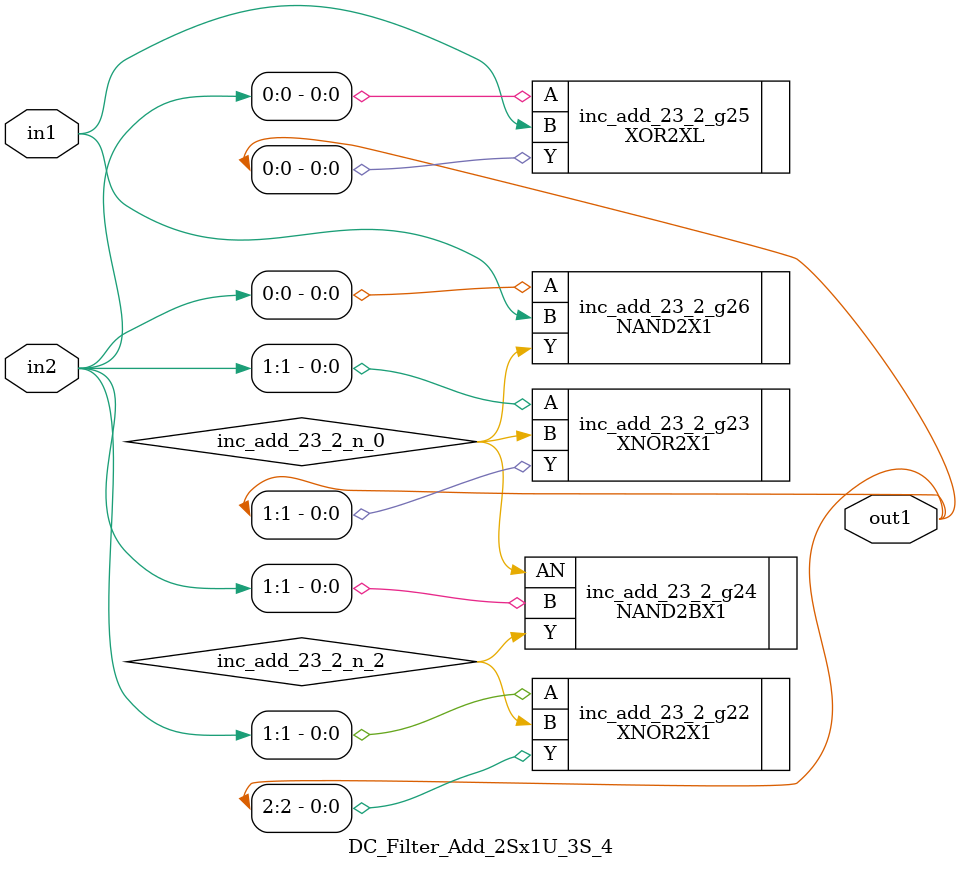
<source format=v>
`timescale 1ps / 1ps


module DC_Filter_Add_2Sx1U_3S_4(in2, in1, out1);
  input [1:0] in2;
  input in1;
  output [2:0] out1;
  wire [1:0] in2;
  wire in1;
  wire [2:0] out1;
  wire inc_add_23_2_n_0, inc_add_23_2_n_2;
  XNOR2X1 inc_add_23_2_g22(.A (in2[1]), .B (inc_add_23_2_n_2), .Y
       (out1[2]));
  XNOR2X1 inc_add_23_2_g23(.A (in2[1]), .B (inc_add_23_2_n_0), .Y
       (out1[1]));
  NAND2BX1 inc_add_23_2_g24(.AN (inc_add_23_2_n_0), .B (in2[1]), .Y
       (inc_add_23_2_n_2));
  XOR2XL inc_add_23_2_g25(.A (in2[0]), .B (in1), .Y (out1[0]));
  NAND2X1 inc_add_23_2_g26(.A (in2[0]), .B (in1), .Y
       (inc_add_23_2_n_0));
endmodule


</source>
